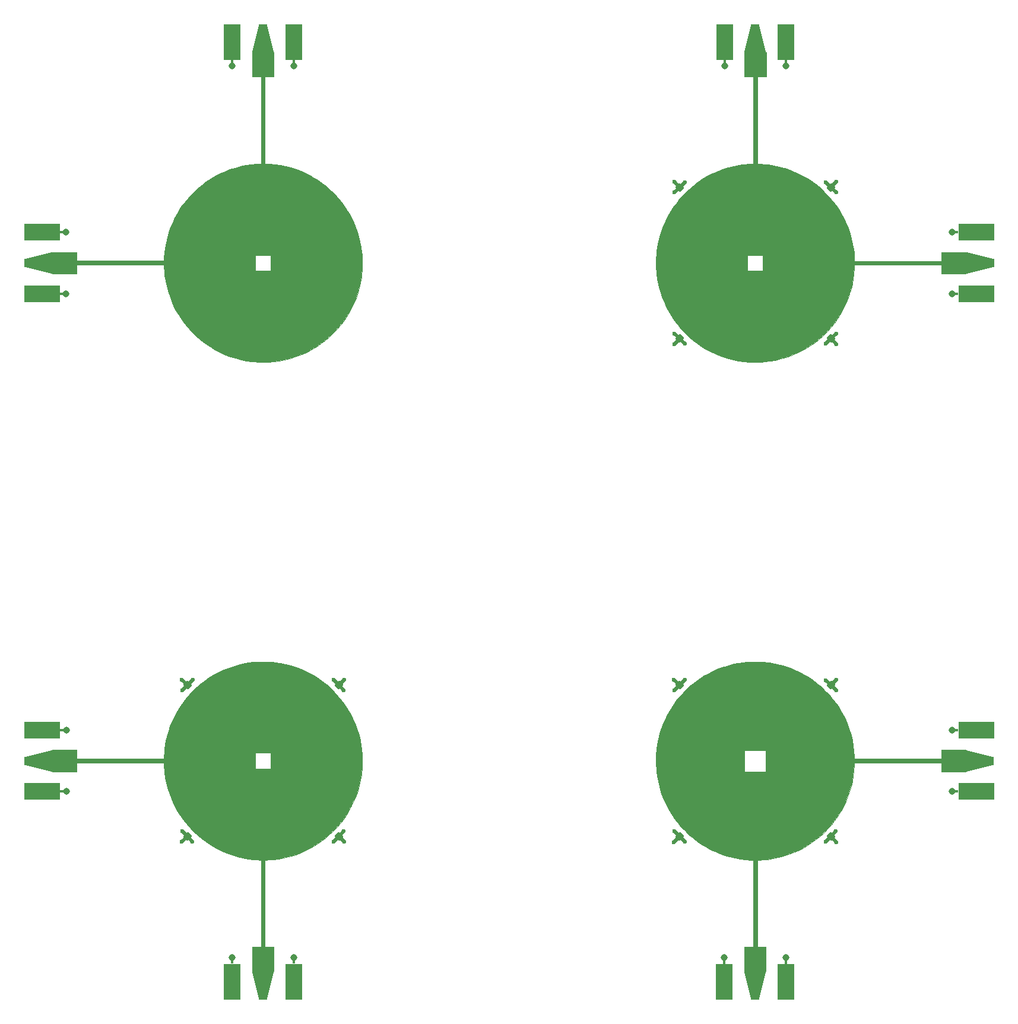
<source format=gbr>
%TF.GenerationSoftware,KiCad,Pcbnew,6.0.6-3a73a75311~116~ubuntu20.04.1*%
%TF.CreationDate,2022-06-30T05:51:01+02:00*%
%TF.ProjectId,panel_v3,70616e65-6c5f-4763-932e-6b696361645f,rev?*%
%TF.SameCoordinates,Original*%
%TF.FileFunction,Copper,L1,Top*%
%TF.FilePolarity,Positive*%
%FSLAX46Y46*%
G04 Gerber Fmt 4.6, Leading zero omitted, Abs format (unit mm)*
G04 Created by KiCad (PCBNEW 6.0.6-3a73a75311~116~ubuntu20.04.1) date 2022-06-30 05:51:01*
%MOMM*%
%LPD*%
G01*
G04 APERTURE LIST*
G04 Aperture macros list*
%AMRoundRect*
0 Rectangle with rounded corners*
0 $1 Rounding radius*
0 $2 $3 $4 $5 $6 $7 $8 $9 X,Y pos of 4 corners*
0 Add a 4 corners polygon primitive as box body*
4,1,4,$2,$3,$4,$5,$6,$7,$8,$9,$2,$3,0*
0 Add four circle primitives for the rounded corners*
1,1,$1+$1,$2,$3*
1,1,$1+$1,$4,$5*
1,1,$1+$1,$6,$7*
1,1,$1+$1,$8,$9*
0 Add four rect primitives between the rounded corners*
20,1,$1+$1,$2,$3,$4,$5,0*
20,1,$1+$1,$4,$5,$6,$7,0*
20,1,$1+$1,$6,$7,$8,$9,0*
20,1,$1+$1,$8,$9,$2,$3,0*%
%AMOutline4P*
0 Free polygon, 4 corners , with rotation*
0 The origin of the aperture is its center*
0 number of corners: always 4*
0 $1 to $8 corner X, Y*
0 $9 Rotation angle, in degrees counterclockwise*
0 create outline with 4 corners*
4,1,4,$1,$2,$3,$4,$5,$6,$7,$8,$1,$2,$9*%
G04 Aperture macros list end*
%TA.AperFunction,EtchedComponent*%
%ADD10C,0.010000*%
%TD*%
%TA.AperFunction,SMDPad,CuDef*%
%ADD11Outline4P,-2.000000X-0.550000X2.000000X-1.550000X2.000000X1.550000X-2.000000X0.550000X90.000000*%
%TD*%
%TA.AperFunction,SMDPad,CuDef*%
%ADD12R,0.460000X0.950000*%
%TD*%
%TA.AperFunction,SMDPad,CuDef*%
%ADD13R,2.420000X5.080000*%
%TD*%
%TA.AperFunction,ComponentPad*%
%ADD14C,0.970000*%
%TD*%
%TA.AperFunction,SMDPad,CuDef*%
%ADD15Outline4P,-2.000000X-0.550000X2.000000X-1.550000X2.000000X1.550000X-2.000000X0.550000X270.000000*%
%TD*%
%TA.AperFunction,SMDPad,CuDef*%
%ADD16RoundRect,0.237500X0.380070X-0.044194X-0.044194X0.380070X-0.380070X0.044194X0.044194X-0.380070X0*%
%TD*%
%TA.AperFunction,SMDPad,CuDef*%
%ADD17Outline4P,-2.000000X-0.550000X2.000000X-1.550000X2.000000X1.550000X-2.000000X0.550000X0.000000*%
%TD*%
%TA.AperFunction,SMDPad,CuDef*%
%ADD18R,0.950000X0.460000*%
%TD*%
%TA.AperFunction,SMDPad,CuDef*%
%ADD19R,5.080000X2.420000*%
%TD*%
%TA.AperFunction,SMDPad,CuDef*%
%ADD20RoundRect,0.237500X-0.044194X-0.380070X0.380070X0.044194X0.044194X0.380070X-0.380070X-0.044194X0*%
%TD*%
%TA.AperFunction,SMDPad,CuDef*%
%ADD21RoundRect,0.237500X0.044194X0.380070X-0.380070X-0.044194X-0.044194X-0.380070X0.380070X0.044194X0*%
%TD*%
%TA.AperFunction,SMDPad,CuDef*%
%ADD22RoundRect,0.237500X-0.380070X0.044194X0.044194X-0.380070X0.380070X-0.044194X-0.044194X0.380070X0*%
%TD*%
%TA.AperFunction,SMDPad,CuDef*%
%ADD23Outline4P,-2.000000X-0.550000X2.000000X-1.550000X2.000000X1.550000X-2.000000X0.550000X180.000000*%
%TD*%
%TA.AperFunction,ViaPad*%
%ADD24C,0.600000*%
%TD*%
%TA.AperFunction,Conductor*%
%ADD25C,0.500000*%
%TD*%
G04 APERTURE END LIST*
%TO.C,Ref\u002A\u002A*%
G36*
X130257103Y-119883616D02*
G01*
X130489173Y-119885211D01*
X130692326Y-119888333D01*
X130873267Y-119893402D01*
X131038701Y-119900835D01*
X131195333Y-119911051D01*
X131349869Y-119924468D01*
X131509014Y-119941504D01*
X131513411Y-119942047D01*
X131679473Y-119962578D01*
X131867951Y-119988108D01*
X132021411Y-120009891D01*
X132775240Y-120139429D01*
X133517900Y-120309166D01*
X134247891Y-120518152D01*
X134963715Y-120765437D01*
X135663873Y-121050072D01*
X136346866Y-121371107D01*
X137011196Y-121727592D01*
X137655365Y-122118577D01*
X138277873Y-122543114D01*
X138877222Y-123000251D01*
X139451913Y-123489040D01*
X140000447Y-124008530D01*
X140521327Y-124557773D01*
X141013053Y-125135818D01*
X141474126Y-125741716D01*
X141789851Y-126200090D01*
X142193086Y-126848930D01*
X142560350Y-127517643D01*
X142890941Y-128204072D01*
X143184157Y-128906055D01*
X143439294Y-129621435D01*
X143655652Y-130348052D01*
X143832526Y-131083747D01*
X143969216Y-131826361D01*
X144065019Y-132573735D01*
X144119232Y-133323709D01*
X144121061Y-133366638D01*
X144135309Y-133714257D01*
X156553577Y-133714257D01*
X156553577Y-132465424D01*
X160024911Y-132465424D01*
X160024911Y-135555757D01*
X156553577Y-135555757D01*
X156553577Y-134306924D01*
X144135309Y-134306924D01*
X144120901Y-134658428D01*
X144069396Y-135402769D01*
X143976381Y-136146342D01*
X143842638Y-136886546D01*
X143668951Y-137620783D01*
X143456103Y-138346452D01*
X143204878Y-139060954D01*
X142916058Y-139761688D01*
X142590427Y-140446057D01*
X142228768Y-141111459D01*
X142122410Y-141291924D01*
X141711338Y-141936965D01*
X141268256Y-142555378D01*
X140794622Y-143146295D01*
X140291894Y-143708847D01*
X139761529Y-144242165D01*
X139204983Y-144745382D01*
X138623715Y-145217628D01*
X138019180Y-145658035D01*
X137392838Y-146065735D01*
X136746143Y-146439859D01*
X136080555Y-146779538D01*
X135397530Y-147083904D01*
X134698526Y-147352089D01*
X133984999Y-147583224D01*
X133258407Y-147776440D01*
X132520207Y-147930869D01*
X131771856Y-148045642D01*
X131014812Y-148119892D01*
X130629573Y-148141716D01*
X130285744Y-148156416D01*
X130285744Y-160574757D01*
X131534577Y-160574757D01*
X131534577Y-164024924D01*
X128444244Y-164024924D01*
X128444244Y-160574757D01*
X129714244Y-160574757D01*
X129714244Y-148156296D01*
X129359702Y-148141508D01*
X128599525Y-148088857D01*
X127846935Y-147995159D01*
X127103422Y-147861256D01*
X126370476Y-147687995D01*
X125649589Y-147476218D01*
X124942251Y-147226771D01*
X124249952Y-146940497D01*
X123574183Y-146618240D01*
X122916434Y-146260845D01*
X122278196Y-145869156D01*
X121660960Y-145444018D01*
X121066215Y-144986274D01*
X120495454Y-144496768D01*
X119950165Y-143976346D01*
X119431840Y-143425851D01*
X118941969Y-142846127D01*
X118482043Y-142238019D01*
X118192086Y-141816185D01*
X117784055Y-141162503D01*
X117415431Y-140495599D01*
X117085859Y-139814465D01*
X116794986Y-139118091D01*
X116542456Y-138405471D01*
X116327915Y-137675596D01*
X116151008Y-136927457D01*
X116011382Y-136160048D01*
X115929833Y-135534590D01*
X128465411Y-135534590D01*
X131513411Y-135534590D01*
X131513411Y-132486590D01*
X128465411Y-132486590D01*
X128465411Y-135534590D01*
X115929833Y-135534590D01*
X115908681Y-135372359D01*
X115901371Y-135301757D01*
X115894010Y-135207940D01*
X115886965Y-135078431D01*
X115880357Y-134919871D01*
X115874307Y-134738902D01*
X115868935Y-134542163D01*
X115864363Y-134336297D01*
X115860711Y-134127944D01*
X115858099Y-133923745D01*
X115856649Y-133730342D01*
X115856481Y-133554374D01*
X115857715Y-133402485D01*
X115860474Y-133281313D01*
X115863470Y-133216840D01*
X115933868Y-132430903D01*
X116044067Y-131656915D01*
X116193782Y-130895894D01*
X116382729Y-130148862D01*
X116610624Y-129416838D01*
X116877184Y-128700842D01*
X117182123Y-128001892D01*
X117485029Y-127396007D01*
X117870260Y-126715014D01*
X118288207Y-126060735D01*
X118738232Y-125433812D01*
X119219701Y-124834886D01*
X119731975Y-124264598D01*
X120274421Y-123723591D01*
X120846400Y-123212505D01*
X121447277Y-122731982D01*
X122076416Y-122282663D01*
X122733180Y-121865191D01*
X123279577Y-121553748D01*
X123921290Y-121228524D01*
X124588436Y-120934136D01*
X125275637Y-120672393D01*
X125977515Y-120445100D01*
X126688692Y-120254064D01*
X127403790Y-120101093D01*
X127809244Y-120031910D01*
X128038947Y-119997251D01*
X128246011Y-119968277D01*
X128437519Y-119944504D01*
X128620552Y-119925450D01*
X128802194Y-119910630D01*
X128989526Y-119899562D01*
X129189631Y-119891762D01*
X129409592Y-119886746D01*
X129656491Y-119884033D01*
X129937409Y-119883138D01*
X129989411Y-119883131D01*
X130257103Y-119883616D01*
G37*
D10*
X130257103Y-119883616D02*
X130489173Y-119885211D01*
X130692326Y-119888333D01*
X130873267Y-119893402D01*
X131038701Y-119900835D01*
X131195333Y-119911051D01*
X131349869Y-119924468D01*
X131509014Y-119941504D01*
X131513411Y-119942047D01*
X131679473Y-119962578D01*
X131867951Y-119988108D01*
X132021411Y-120009891D01*
X132775240Y-120139429D01*
X133517900Y-120309166D01*
X134247891Y-120518152D01*
X134963715Y-120765437D01*
X135663873Y-121050072D01*
X136346866Y-121371107D01*
X137011196Y-121727592D01*
X137655365Y-122118577D01*
X138277873Y-122543114D01*
X138877222Y-123000251D01*
X139451913Y-123489040D01*
X140000447Y-124008530D01*
X140521327Y-124557773D01*
X141013053Y-125135818D01*
X141474126Y-125741716D01*
X141789851Y-126200090D01*
X142193086Y-126848930D01*
X142560350Y-127517643D01*
X142890941Y-128204072D01*
X143184157Y-128906055D01*
X143439294Y-129621435D01*
X143655652Y-130348052D01*
X143832526Y-131083747D01*
X143969216Y-131826361D01*
X144065019Y-132573735D01*
X144119232Y-133323709D01*
X144121061Y-133366638D01*
X144135309Y-133714257D01*
X156553577Y-133714257D01*
X156553577Y-132465424D01*
X160024911Y-132465424D01*
X160024911Y-135555757D01*
X156553577Y-135555757D01*
X156553577Y-134306924D01*
X144135309Y-134306924D01*
X144120901Y-134658428D01*
X144069396Y-135402769D01*
X143976381Y-136146342D01*
X143842638Y-136886546D01*
X143668951Y-137620783D01*
X143456103Y-138346452D01*
X143204878Y-139060954D01*
X142916058Y-139761688D01*
X142590427Y-140446057D01*
X142228768Y-141111459D01*
X142122410Y-141291924D01*
X141711338Y-141936965D01*
X141268256Y-142555378D01*
X140794622Y-143146295D01*
X140291894Y-143708847D01*
X139761529Y-144242165D01*
X139204983Y-144745382D01*
X138623715Y-145217628D01*
X138019180Y-145658035D01*
X137392838Y-146065735D01*
X136746143Y-146439859D01*
X136080555Y-146779538D01*
X135397530Y-147083904D01*
X134698526Y-147352089D01*
X133984999Y-147583224D01*
X133258407Y-147776440D01*
X132520207Y-147930869D01*
X131771856Y-148045642D01*
X131014812Y-148119892D01*
X130629573Y-148141716D01*
X130285744Y-148156416D01*
X130285744Y-160574757D01*
X131534577Y-160574757D01*
X131534577Y-164024924D01*
X128444244Y-164024924D01*
X128444244Y-160574757D01*
X129714244Y-160574757D01*
X129714244Y-148156296D01*
X129359702Y-148141508D01*
X128599525Y-148088857D01*
X127846935Y-147995159D01*
X127103422Y-147861256D01*
X126370476Y-147687995D01*
X125649589Y-147476218D01*
X124942251Y-147226771D01*
X124249952Y-146940497D01*
X123574183Y-146618240D01*
X122916434Y-146260845D01*
X122278196Y-145869156D01*
X121660960Y-145444018D01*
X121066215Y-144986274D01*
X120495454Y-144496768D01*
X119950165Y-143976346D01*
X119431840Y-143425851D01*
X118941969Y-142846127D01*
X118482043Y-142238019D01*
X118192086Y-141816185D01*
X117784055Y-141162503D01*
X117415431Y-140495599D01*
X117085859Y-139814465D01*
X116794986Y-139118091D01*
X116542456Y-138405471D01*
X116327915Y-137675596D01*
X116151008Y-136927457D01*
X116011382Y-136160048D01*
X115929833Y-135534590D01*
X128465411Y-135534590D01*
X131513411Y-135534590D01*
X131513411Y-132486590D01*
X128465411Y-132486590D01*
X128465411Y-135534590D01*
X115929833Y-135534590D01*
X115908681Y-135372359D01*
X115901371Y-135301757D01*
X115894010Y-135207940D01*
X115886965Y-135078431D01*
X115880357Y-134919871D01*
X115874307Y-134738902D01*
X115868935Y-134542163D01*
X115864363Y-134336297D01*
X115860711Y-134127944D01*
X115858099Y-133923745D01*
X115856649Y-133730342D01*
X115856481Y-133554374D01*
X115857715Y-133402485D01*
X115860474Y-133281313D01*
X115863470Y-133216840D01*
X115933868Y-132430903D01*
X116044067Y-131656915D01*
X116193782Y-130895894D01*
X116382729Y-130148862D01*
X116610624Y-129416838D01*
X116877184Y-128700842D01*
X117182123Y-128001892D01*
X117485029Y-127396007D01*
X117870260Y-126715014D01*
X118288207Y-126060735D01*
X118738232Y-125433812D01*
X119219701Y-124834886D01*
X119731975Y-124264598D01*
X120274421Y-123723591D01*
X120846400Y-123212505D01*
X121447277Y-122731982D01*
X122076416Y-122282663D01*
X122733180Y-121865191D01*
X123279577Y-121553748D01*
X123921290Y-121228524D01*
X124588436Y-120934136D01*
X125275637Y-120672393D01*
X125977515Y-120445100D01*
X126688692Y-120254064D01*
X127403790Y-120101093D01*
X127809244Y-120031910D01*
X128038947Y-119997251D01*
X128246011Y-119968277D01*
X128437519Y-119944504D01*
X128620552Y-119925450D01*
X128802194Y-119910630D01*
X128989526Y-119899562D01*
X129189631Y-119891762D01*
X129409592Y-119886746D01*
X129656491Y-119884033D01*
X129937409Y-119883138D01*
X129989411Y-119883131D01*
X130257103Y-119883616D01*
G36*
X57391960Y-76925429D02*
G01*
X56633281Y-76773309D01*
X55887709Y-76581441D01*
X55156249Y-76350224D01*
X54439905Y-76080060D01*
X53739683Y-75771350D01*
X53056586Y-75424496D01*
X52391618Y-75039898D01*
X51745785Y-74617958D01*
X51120091Y-74159076D01*
X50690506Y-73812642D01*
X50124624Y-73311059D01*
X49588219Y-72780257D01*
X49082165Y-72222012D01*
X48607339Y-71638102D01*
X48164617Y-71030302D01*
X47754875Y-70400390D01*
X47378987Y-69750142D01*
X47037831Y-69081334D01*
X46732282Y-68395745D01*
X46463215Y-67695149D01*
X46231508Y-66981324D01*
X46038035Y-66256046D01*
X45883672Y-65521093D01*
X45769295Y-64778240D01*
X45701667Y-64089243D01*
X58704752Y-64089243D01*
X60906086Y-64089243D01*
X60906086Y-61887910D01*
X58704752Y-61887910D01*
X58704752Y-64089243D01*
X45701667Y-64089243D01*
X45695780Y-64029264D01*
X45673928Y-63636414D01*
X45659521Y-63284910D01*
X33241252Y-63284910D01*
X33241252Y-64533743D01*
X29769919Y-64533743D01*
X29769919Y-61443410D01*
X33241252Y-61443410D01*
X33241252Y-62692243D01*
X45659521Y-62692243D01*
X45673928Y-62340739D01*
X45725645Y-61592674D01*
X45818886Y-60847286D01*
X45952845Y-60106757D01*
X46126714Y-59373271D01*
X46339688Y-58649008D01*
X46590959Y-57936150D01*
X46879722Y-57236881D01*
X47205170Y-56553382D01*
X47566497Y-55887834D01*
X47962895Y-55242421D01*
X48393559Y-54619325D01*
X48655904Y-54272623D01*
X48864725Y-54014471D01*
X49097752Y-53742157D01*
X49347593Y-53463523D01*
X49606859Y-53186407D01*
X49868160Y-52918650D01*
X50124105Y-52668093D01*
X50367304Y-52442575D01*
X50449752Y-52369518D01*
X51053624Y-51869362D01*
X51678543Y-51405757D01*
X52323507Y-50979118D01*
X52987516Y-50589861D01*
X53669568Y-50238403D01*
X54368661Y-49925159D01*
X55083793Y-49650545D01*
X55813964Y-49414978D01*
X56558171Y-49218872D01*
X57315413Y-49062645D01*
X58084688Y-48946711D01*
X58864995Y-48871488D01*
X58874086Y-48870857D01*
X59001017Y-48862905D01*
X59129162Y-48856280D01*
X59244779Y-48851605D01*
X59334127Y-48849507D01*
X59345044Y-48849452D01*
X59509086Y-48849243D01*
X59509086Y-36424410D01*
X58260252Y-36424410D01*
X58260252Y-32953076D01*
X61350586Y-32953076D01*
X61350586Y-36424410D01*
X60080586Y-36424410D01*
X60080586Y-48849243D01*
X60237652Y-48849243D01*
X60316866Y-48850721D01*
X60425609Y-48854776D01*
X60551191Y-48860840D01*
X60680927Y-48868344D01*
X60719193Y-48870820D01*
X61494354Y-48943319D01*
X62260566Y-49056942D01*
X63016658Y-49211332D01*
X63761458Y-49406129D01*
X64493793Y-49640977D01*
X65212490Y-49915515D01*
X65916378Y-50229386D01*
X66604283Y-50582233D01*
X66938586Y-50771240D01*
X67589237Y-51174999D01*
X68215958Y-51612902D01*
X68817349Y-52083470D01*
X69392010Y-52585222D01*
X69938541Y-53116677D01*
X70455540Y-53676357D01*
X70941609Y-54262780D01*
X71395346Y-54874466D01*
X71815352Y-55509935D01*
X72200227Y-56167708D01*
X72398909Y-56543326D01*
X72718987Y-57211749D01*
X73000647Y-57885834D01*
X73244903Y-58569074D01*
X73452766Y-59264961D01*
X73625249Y-59976987D01*
X73763365Y-60708645D01*
X73868127Y-61463426D01*
X73893459Y-61697410D01*
X73900820Y-61791227D01*
X73907865Y-61920736D01*
X73914473Y-62079296D01*
X73920523Y-62260265D01*
X73925894Y-62457004D01*
X73930467Y-62662870D01*
X73934119Y-62871223D01*
X73936731Y-63075422D01*
X73938181Y-63268825D01*
X73938349Y-63444792D01*
X73937114Y-63596682D01*
X73934356Y-63717854D01*
X73931360Y-63782326D01*
X73916523Y-63983188D01*
X73896303Y-64210622D01*
X73872272Y-64449443D01*
X73845999Y-64684466D01*
X73819057Y-64900505D01*
X73805432Y-64999410D01*
X73675462Y-65758777D01*
X73505588Y-66505692D01*
X73296708Y-67238805D01*
X73049715Y-67956766D01*
X72765508Y-68658225D01*
X72444980Y-69341833D01*
X72089028Y-70006238D01*
X71698547Y-70650091D01*
X71274433Y-71272041D01*
X70817582Y-71870739D01*
X70328890Y-72444835D01*
X69809251Y-72992978D01*
X69259563Y-73513818D01*
X68680720Y-74006005D01*
X68073618Y-74468190D01*
X67439154Y-74899021D01*
X67096822Y-75111352D01*
X66421210Y-75492795D01*
X65729576Y-75835075D01*
X65022161Y-76138112D01*
X64299210Y-76401825D01*
X63560967Y-76626135D01*
X62807675Y-76810961D01*
X62039579Y-76956224D01*
X61256921Y-77061843D01*
X61117752Y-77076316D01*
X60962396Y-77088978D01*
X60772795Y-77099930D01*
X60557010Y-77109052D01*
X60323099Y-77116223D01*
X60079122Y-77121322D01*
X59833139Y-77124229D01*
X59593208Y-77124823D01*
X59367388Y-77122985D01*
X59163741Y-77118592D01*
X58990323Y-77111526D01*
X58944625Y-77108817D01*
X58704752Y-77086907D01*
X58162743Y-77037399D01*
X57391960Y-76925429D01*
G37*
X57391960Y-76925429D02*
X56633281Y-76773309D01*
X55887709Y-76581441D01*
X55156249Y-76350224D01*
X54439905Y-76080060D01*
X53739683Y-75771350D01*
X53056586Y-75424496D01*
X52391618Y-75039898D01*
X51745785Y-74617958D01*
X51120091Y-74159076D01*
X50690506Y-73812642D01*
X50124624Y-73311059D01*
X49588219Y-72780257D01*
X49082165Y-72222012D01*
X48607339Y-71638102D01*
X48164617Y-71030302D01*
X47754875Y-70400390D01*
X47378987Y-69750142D01*
X47037831Y-69081334D01*
X46732282Y-68395745D01*
X46463215Y-67695149D01*
X46231508Y-66981324D01*
X46038035Y-66256046D01*
X45883672Y-65521093D01*
X45769295Y-64778240D01*
X45701667Y-64089243D01*
X58704752Y-64089243D01*
X60906086Y-64089243D01*
X60906086Y-61887910D01*
X58704752Y-61887910D01*
X58704752Y-64089243D01*
X45701667Y-64089243D01*
X45695780Y-64029264D01*
X45673928Y-63636414D01*
X45659521Y-63284910D01*
X33241252Y-63284910D01*
X33241252Y-64533743D01*
X29769919Y-64533743D01*
X29769919Y-61443410D01*
X33241252Y-61443410D01*
X33241252Y-62692243D01*
X45659521Y-62692243D01*
X45673928Y-62340739D01*
X45725645Y-61592674D01*
X45818886Y-60847286D01*
X45952845Y-60106757D01*
X46126714Y-59373271D01*
X46339688Y-58649008D01*
X46590959Y-57936150D01*
X46879722Y-57236881D01*
X47205170Y-56553382D01*
X47566497Y-55887834D01*
X47962895Y-55242421D01*
X48393559Y-54619325D01*
X48655904Y-54272623D01*
X48864725Y-54014471D01*
X49097752Y-53742157D01*
X49347593Y-53463523D01*
X49606859Y-53186407D01*
X49868160Y-52918650D01*
X50124105Y-52668093D01*
X50367304Y-52442575D01*
X50449752Y-52369518D01*
X51053624Y-51869362D01*
X51678543Y-51405757D01*
X52323507Y-50979118D01*
X52987516Y-50589861D01*
X53669568Y-50238403D01*
X54368661Y-49925159D01*
X55083793Y-49650545D01*
X55813964Y-49414978D01*
X56558171Y-49218872D01*
X57315413Y-49062645D01*
X58084688Y-48946711D01*
X58864995Y-48871488D01*
X58874086Y-48870857D01*
X59001017Y-48862905D01*
X59129162Y-48856280D01*
X59244779Y-48851605D01*
X59334127Y-48849507D01*
X59345044Y-48849452D01*
X59509086Y-48849243D01*
X59509086Y-36424410D01*
X58260252Y-36424410D01*
X58260252Y-32953076D01*
X61350586Y-32953076D01*
X61350586Y-36424410D01*
X60080586Y-36424410D01*
X60080586Y-48849243D01*
X60237652Y-48849243D01*
X60316866Y-48850721D01*
X60425609Y-48854776D01*
X60551191Y-48860840D01*
X60680927Y-48868344D01*
X60719193Y-48870820D01*
X61494354Y-48943319D01*
X62260566Y-49056942D01*
X63016658Y-49211332D01*
X63761458Y-49406129D01*
X64493793Y-49640977D01*
X65212490Y-49915515D01*
X65916378Y-50229386D01*
X66604283Y-50582233D01*
X66938586Y-50771240D01*
X67589237Y-51174999D01*
X68215958Y-51612902D01*
X68817349Y-52083470D01*
X69392010Y-52585222D01*
X69938541Y-53116677D01*
X70455540Y-53676357D01*
X70941609Y-54262780D01*
X71395346Y-54874466D01*
X71815352Y-55509935D01*
X72200227Y-56167708D01*
X72398909Y-56543326D01*
X72718987Y-57211749D01*
X73000647Y-57885834D01*
X73244903Y-58569074D01*
X73452766Y-59264961D01*
X73625249Y-59976987D01*
X73763365Y-60708645D01*
X73868127Y-61463426D01*
X73893459Y-61697410D01*
X73900820Y-61791227D01*
X73907865Y-61920736D01*
X73914473Y-62079296D01*
X73920523Y-62260265D01*
X73925894Y-62457004D01*
X73930467Y-62662870D01*
X73934119Y-62871223D01*
X73936731Y-63075422D01*
X73938181Y-63268825D01*
X73938349Y-63444792D01*
X73937114Y-63596682D01*
X73934356Y-63717854D01*
X73931360Y-63782326D01*
X73916523Y-63983188D01*
X73896303Y-64210622D01*
X73872272Y-64449443D01*
X73845999Y-64684466D01*
X73819057Y-64900505D01*
X73805432Y-64999410D01*
X73675462Y-65758777D01*
X73505588Y-66505692D01*
X73296708Y-67238805D01*
X73049715Y-67956766D01*
X72765508Y-68658225D01*
X72444980Y-69341833D01*
X72089028Y-70006238D01*
X71698547Y-70650091D01*
X71274433Y-71272041D01*
X70817582Y-71870739D01*
X70328890Y-72444835D01*
X69809251Y-72992978D01*
X69259563Y-73513818D01*
X68680720Y-74006005D01*
X68073618Y-74468190D01*
X67439154Y-74899021D01*
X67096822Y-75111352D01*
X66421210Y-75492795D01*
X65729576Y-75835075D01*
X65022161Y-76138112D01*
X64299210Y-76401825D01*
X63560967Y-76626135D01*
X62807675Y-76810961D01*
X62039579Y-76956224D01*
X61256921Y-77061843D01*
X61117752Y-77076316D01*
X60962396Y-77088978D01*
X60772795Y-77099930D01*
X60557010Y-77109052D01*
X60323099Y-77116223D01*
X60079122Y-77121322D01*
X59833139Y-77124229D01*
X59593208Y-77124823D01*
X59367388Y-77122985D01*
X59163741Y-77118592D01*
X58990323Y-77111526D01*
X58944625Y-77108817D01*
X58704752Y-77086907D01*
X58162743Y-77037399D01*
X57391960Y-76925429D01*
G36*
X131555744Y-36440502D02*
G01*
X130285744Y-36440502D01*
X130285744Y-48843362D01*
X130333369Y-48853002D01*
X130370256Y-48857015D01*
X130441013Y-48861806D01*
X130537194Y-48866906D01*
X130650352Y-48871848D01*
X130721076Y-48874480D01*
X131246673Y-48906252D01*
X131795009Y-48964951D01*
X132357470Y-49049059D01*
X132925443Y-49157058D01*
X133490315Y-49287430D01*
X134043471Y-49438656D01*
X134212160Y-49489824D01*
X134929737Y-49734682D01*
X135635403Y-50019086D01*
X136326133Y-50341432D01*
X136998900Y-50700113D01*
X137650678Y-51093525D01*
X138278442Y-51520063D01*
X138831748Y-51940015D01*
X139423444Y-52440099D01*
X139983901Y-52968205D01*
X140512399Y-53523019D01*
X141008220Y-54103227D01*
X141470644Y-54707513D01*
X141898953Y-55334564D01*
X142292427Y-55983066D01*
X142650348Y-56651704D01*
X142971996Y-57339164D01*
X143256652Y-58044132D01*
X143503598Y-58765293D01*
X143712114Y-59501334D01*
X143881482Y-60250939D01*
X144010982Y-61012794D01*
X144074402Y-61523002D01*
X144087004Y-61651270D01*
X144099927Y-61799874D01*
X144112558Y-61959884D01*
X144124282Y-62122373D01*
X144134484Y-62278410D01*
X144142550Y-62419067D01*
X144147864Y-62535415D01*
X144149812Y-62618377D01*
X144149910Y-62708336D01*
X156574744Y-62708336D01*
X156574744Y-61459502D01*
X160024910Y-61459502D01*
X160024910Y-64549836D01*
X156574744Y-64549836D01*
X156574744Y-63279836D01*
X144157498Y-63279836D01*
X144131417Y-63739225D01*
X144071334Y-64486333D01*
X143976575Y-65213150D01*
X143846081Y-65925111D01*
X143678795Y-66627650D01*
X143473660Y-67326203D01*
X143377233Y-67616021D01*
X143107896Y-68334247D01*
X142800612Y-69034696D01*
X142456475Y-69715952D01*
X142076581Y-70376598D01*
X141662028Y-71015217D01*
X141213911Y-71630393D01*
X140733326Y-72220709D01*
X140221369Y-72784749D01*
X139679136Y-73321097D01*
X139107724Y-73828335D01*
X138508227Y-74305048D01*
X137881743Y-74749818D01*
X137831660Y-74783202D01*
X137173345Y-75194888D01*
X136497708Y-75568049D01*
X135805552Y-75902419D01*
X135097677Y-76197731D01*
X134374887Y-76453717D01*
X133637983Y-76670111D01*
X132887767Y-76846647D01*
X132125041Y-76983056D01*
X131350607Y-77079072D01*
X130804327Y-77121966D01*
X130621873Y-77130440D01*
X130408194Y-77136256D01*
X130174316Y-77139420D01*
X129931265Y-77139939D01*
X129690064Y-77137823D01*
X129461739Y-77133077D01*
X129257315Y-77125711D01*
X129163910Y-77120834D01*
X128398578Y-77054317D01*
X127639494Y-76946329D01*
X126888393Y-76797491D01*
X126147010Y-76608423D01*
X125417080Y-76379746D01*
X124700339Y-76112082D01*
X123998521Y-75806050D01*
X123313360Y-75462273D01*
X122646593Y-75081370D01*
X121999954Y-74663963D01*
X121692077Y-74447094D01*
X121081688Y-73978916D01*
X120499795Y-73479893D01*
X119947358Y-72951335D01*
X119425340Y-72394555D01*
X118934702Y-71810864D01*
X118476407Y-71201573D01*
X118051416Y-70567994D01*
X117660691Y-69911437D01*
X117305194Y-69233214D01*
X116985887Y-68534636D01*
X116703732Y-67817015D01*
X116590405Y-67492002D01*
X116366169Y-66757071D01*
X116182990Y-66013934D01*
X116040774Y-65264306D01*
X115939425Y-64509900D01*
X115907070Y-64105336D01*
X128909910Y-64105336D01*
X131111244Y-64105336D01*
X131111244Y-61904002D01*
X128909910Y-61904002D01*
X128909910Y-64105336D01*
X115907070Y-64105336D01*
X115878846Y-63752431D01*
X115858940Y-62993612D01*
X115879613Y-62235158D01*
X115906387Y-61904002D01*
X115940768Y-61478783D01*
X116042308Y-60726199D01*
X116184138Y-59979123D01*
X116366161Y-59239267D01*
X116588281Y-58508345D01*
X116850402Y-57788071D01*
X117152429Y-57080160D01*
X117177480Y-57025903D01*
X117519003Y-56340441D01*
X117897796Y-55674398D01*
X118312713Y-55029412D01*
X118762603Y-54407126D01*
X119246320Y-53809180D01*
X119762713Y-53237213D01*
X120000046Y-52994138D01*
X120561629Y-52462182D01*
X121148230Y-51964033D01*
X121758589Y-51500308D01*
X122391448Y-51071624D01*
X123045547Y-50678597D01*
X123719629Y-50321842D01*
X124412434Y-50001977D01*
X125122703Y-49719617D01*
X125849178Y-49475380D01*
X126590599Y-49269880D01*
X127345709Y-49103735D01*
X128113248Y-48977561D01*
X128237829Y-48961033D01*
X128384817Y-48943696D01*
X128552323Y-48926461D01*
X128731177Y-48910047D01*
X128912210Y-48895172D01*
X129086252Y-48882553D01*
X129244131Y-48872909D01*
X129376679Y-48866957D01*
X129460177Y-48865335D01*
X129548428Y-48863938D01*
X129622831Y-48860209D01*
X129671446Y-48854844D01*
X129680762Y-48852488D01*
X129684055Y-48848626D01*
X129687127Y-48838717D01*
X129689986Y-48821354D01*
X129692638Y-48795131D01*
X129695092Y-48758642D01*
X129697356Y-48710478D01*
X129699436Y-48649235D01*
X129701340Y-48573505D01*
X129703077Y-48481882D01*
X129704653Y-48372959D01*
X129706076Y-48245330D01*
X129707354Y-48097588D01*
X129708494Y-47928326D01*
X129709504Y-47736138D01*
X129710392Y-47519617D01*
X129711165Y-47277357D01*
X129711830Y-47007951D01*
X129712395Y-46709993D01*
X129712868Y-46382076D01*
X129713257Y-46022793D01*
X129713568Y-45630738D01*
X129713810Y-45204504D01*
X129713990Y-44742684D01*
X129714116Y-44243873D01*
X129714195Y-43706663D01*
X129714235Y-43129648D01*
X129714244Y-42640071D01*
X129714244Y-36440502D01*
X128465410Y-36440502D01*
X128465410Y-32969169D01*
X131555744Y-32969169D01*
X131555744Y-36440502D01*
G37*
X131555744Y-36440502D02*
X130285744Y-36440502D01*
X130285744Y-48843362D01*
X130333369Y-48853002D01*
X130370256Y-48857015D01*
X130441013Y-48861806D01*
X130537194Y-48866906D01*
X130650352Y-48871848D01*
X130721076Y-48874480D01*
X131246673Y-48906252D01*
X131795009Y-48964951D01*
X132357470Y-49049059D01*
X132925443Y-49157058D01*
X133490315Y-49287430D01*
X134043471Y-49438656D01*
X134212160Y-49489824D01*
X134929737Y-49734682D01*
X135635403Y-50019086D01*
X136326133Y-50341432D01*
X136998900Y-50700113D01*
X137650678Y-51093525D01*
X138278442Y-51520063D01*
X138831748Y-51940015D01*
X139423444Y-52440099D01*
X139983901Y-52968205D01*
X140512399Y-53523019D01*
X141008220Y-54103227D01*
X141470644Y-54707513D01*
X141898953Y-55334564D01*
X142292427Y-55983066D01*
X142650348Y-56651704D01*
X142971996Y-57339164D01*
X143256652Y-58044132D01*
X143503598Y-58765293D01*
X143712114Y-59501334D01*
X143881482Y-60250939D01*
X144010982Y-61012794D01*
X144074402Y-61523002D01*
X144087004Y-61651270D01*
X144099927Y-61799874D01*
X144112558Y-61959884D01*
X144124282Y-62122373D01*
X144134484Y-62278410D01*
X144142550Y-62419067D01*
X144147864Y-62535415D01*
X144149812Y-62618377D01*
X144149910Y-62708336D01*
X156574744Y-62708336D01*
X156574744Y-61459502D01*
X160024910Y-61459502D01*
X160024910Y-64549836D01*
X156574744Y-64549836D01*
X156574744Y-63279836D01*
X144157498Y-63279836D01*
X144131417Y-63739225D01*
X144071334Y-64486333D01*
X143976575Y-65213150D01*
X143846081Y-65925111D01*
X143678795Y-66627650D01*
X143473660Y-67326203D01*
X143377233Y-67616021D01*
X143107896Y-68334247D01*
X142800612Y-69034696D01*
X142456475Y-69715952D01*
X142076581Y-70376598D01*
X141662028Y-71015217D01*
X141213911Y-71630393D01*
X140733326Y-72220709D01*
X140221369Y-72784749D01*
X139679136Y-73321097D01*
X139107724Y-73828335D01*
X138508227Y-74305048D01*
X137881743Y-74749818D01*
X137831660Y-74783202D01*
X137173345Y-75194888D01*
X136497708Y-75568049D01*
X135805552Y-75902419D01*
X135097677Y-76197731D01*
X134374887Y-76453717D01*
X133637983Y-76670111D01*
X132887767Y-76846647D01*
X132125041Y-76983056D01*
X131350607Y-77079072D01*
X130804327Y-77121966D01*
X130621873Y-77130440D01*
X130408194Y-77136256D01*
X130174316Y-77139420D01*
X129931265Y-77139939D01*
X129690064Y-77137823D01*
X129461739Y-77133077D01*
X129257315Y-77125711D01*
X129163910Y-77120834D01*
X128398578Y-77054317D01*
X127639494Y-76946329D01*
X126888393Y-76797491D01*
X126147010Y-76608423D01*
X125417080Y-76379746D01*
X124700339Y-76112082D01*
X123998521Y-75806050D01*
X123313360Y-75462273D01*
X122646593Y-75081370D01*
X121999954Y-74663963D01*
X121692077Y-74447094D01*
X121081688Y-73978916D01*
X120499795Y-73479893D01*
X119947358Y-72951335D01*
X119425340Y-72394555D01*
X118934702Y-71810864D01*
X118476407Y-71201573D01*
X118051416Y-70567994D01*
X117660691Y-69911437D01*
X117305194Y-69233214D01*
X116985887Y-68534636D01*
X116703732Y-67817015D01*
X116590405Y-67492002D01*
X116366169Y-66757071D01*
X116182990Y-66013934D01*
X116040774Y-65264306D01*
X115939425Y-64509900D01*
X115907070Y-64105336D01*
X128909910Y-64105336D01*
X131111244Y-64105336D01*
X131111244Y-61904002D01*
X128909910Y-61904002D01*
X128909910Y-64105336D01*
X115907070Y-64105336D01*
X115878846Y-63752431D01*
X115858940Y-62993612D01*
X115879613Y-62235158D01*
X115906387Y-61904002D01*
X115940768Y-61478783D01*
X116042308Y-60726199D01*
X116184138Y-59979123D01*
X116366161Y-59239267D01*
X116588281Y-58508345D01*
X116850402Y-57788071D01*
X117152429Y-57080160D01*
X117177480Y-57025903D01*
X117519003Y-56340441D01*
X117897796Y-55674398D01*
X118312713Y-55029412D01*
X118762603Y-54407126D01*
X119246320Y-53809180D01*
X119762713Y-53237213D01*
X120000046Y-52994138D01*
X120561629Y-52462182D01*
X121148230Y-51964033D01*
X121758589Y-51500308D01*
X122391448Y-51071624D01*
X123045547Y-50678597D01*
X123719629Y-50321842D01*
X124412434Y-50001977D01*
X125122703Y-49719617D01*
X125849178Y-49475380D01*
X126590599Y-49269880D01*
X127345709Y-49103735D01*
X128113248Y-48977561D01*
X128237829Y-48961033D01*
X128384817Y-48943696D01*
X128552323Y-48926461D01*
X128731177Y-48910047D01*
X128912210Y-48895172D01*
X129086252Y-48882553D01*
X129244131Y-48872909D01*
X129376679Y-48866957D01*
X129460177Y-48865335D01*
X129548428Y-48863938D01*
X129622831Y-48860209D01*
X129671446Y-48854844D01*
X129680762Y-48852488D01*
X129684055Y-48848626D01*
X129687127Y-48838717D01*
X129689986Y-48821354D01*
X129692638Y-48795131D01*
X129695092Y-48758642D01*
X129697356Y-48710478D01*
X129699436Y-48649235D01*
X129701340Y-48573505D01*
X129703077Y-48481882D01*
X129704653Y-48372959D01*
X129706076Y-48245330D01*
X129707354Y-48097588D01*
X129708494Y-47928326D01*
X129709504Y-47736138D01*
X129710392Y-47519617D01*
X129711165Y-47277357D01*
X129711830Y-47007951D01*
X129712395Y-46709993D01*
X129712868Y-46382076D01*
X129713257Y-46022793D01*
X129713568Y-45630738D01*
X129713810Y-45204504D01*
X129713990Y-44742684D01*
X129714116Y-44243873D01*
X129714195Y-43706663D01*
X129714235Y-43129648D01*
X129714244Y-42640071D01*
X129714244Y-36440502D01*
X128465410Y-36440502D01*
X128465410Y-32969169D01*
X131555744Y-32969169D01*
X131555744Y-36440502D01*
G36*
X73887513Y-135328836D02*
G01*
X73866937Y-135521058D01*
X73841239Y-135728259D01*
X73809884Y-135958622D01*
X73805511Y-135989661D01*
X73677008Y-136749139D01*
X73508187Y-137497135D01*
X73299855Y-138232216D01*
X73052818Y-138952947D01*
X72767882Y-139657897D01*
X72445853Y-140345632D01*
X72087537Y-141014718D01*
X71693740Y-141663723D01*
X71265269Y-142291214D01*
X70802929Y-142895756D01*
X70307526Y-143475918D01*
X69779867Y-144030265D01*
X69220758Y-144557365D01*
X68769502Y-144943611D01*
X68171262Y-145407574D01*
X67549005Y-145838228D01*
X66904885Y-146234707D01*
X66241052Y-146596144D01*
X65559657Y-146921673D01*
X64862851Y-147210428D01*
X64152786Y-147461543D01*
X63431612Y-147674150D01*
X62701481Y-147847383D01*
X61964543Y-147980377D01*
X61222951Y-148072264D01*
X60942600Y-148096057D01*
X60792844Y-148107009D01*
X60642445Y-148117737D01*
X60501906Y-148127513D01*
X60381734Y-148135606D01*
X60292433Y-148141287D01*
X60286961Y-148141614D01*
X60080586Y-148153862D01*
X60080586Y-160574744D01*
X61350586Y-160574744D01*
X61350586Y-164024911D01*
X58260252Y-164024911D01*
X58260252Y-160574744D01*
X59509086Y-160574744D01*
X59509086Y-148153711D01*
X59334461Y-148141874D01*
X59236700Y-148135658D01*
X59115243Y-148128532D01*
X58988681Y-148121564D01*
X58916419Y-148117823D01*
X58351759Y-148074582D01*
X57764529Y-148000794D01*
X57160506Y-147897355D01*
X56545467Y-147765159D01*
X56376419Y-147724194D01*
X55633151Y-147518108D01*
X54905574Y-147273072D01*
X54194972Y-146989940D01*
X53502629Y-146669569D01*
X52829828Y-146312813D01*
X52177853Y-145920528D01*
X51547988Y-145493570D01*
X50941517Y-145032794D01*
X50359722Y-144539054D01*
X49803889Y-144013208D01*
X49275300Y-143456110D01*
X48775238Y-142868615D01*
X48439259Y-142434911D01*
X48016576Y-141833407D01*
X47625322Y-141207465D01*
X47266515Y-140559942D01*
X46941172Y-139893695D01*
X46650309Y-139211582D01*
X46394944Y-138516460D01*
X46176094Y-137811186D01*
X45994775Y-137098619D01*
X45852005Y-136381616D01*
X45748800Y-135663034D01*
X45700627Y-135111244D01*
X58704752Y-135111244D01*
X60906086Y-135111244D01*
X60906086Y-132888744D01*
X58704752Y-132888744D01*
X58704752Y-135111244D01*
X45700627Y-135111244D01*
X45686177Y-134945730D01*
X45672777Y-134661452D01*
X45659425Y-134285744D01*
X33241252Y-134285744D01*
X33241252Y-135555744D01*
X29769919Y-135555744D01*
X29769919Y-132444244D01*
X33241252Y-132444244D01*
X33241252Y-133714244D01*
X45659425Y-133714244D01*
X45672777Y-133338536D01*
X45703799Y-132817474D01*
X45759792Y-132274531D01*
X45839143Y-131720770D01*
X45940237Y-131167252D01*
X46061458Y-130625039D01*
X46079331Y-130553095D01*
X46288424Y-129807493D01*
X46536089Y-129078513D01*
X46821478Y-128367352D01*
X47143741Y-127675209D01*
X47502027Y-127003281D01*
X47895487Y-126352766D01*
X48323271Y-125724861D01*
X48784529Y-125120763D01*
X49278411Y-124541671D01*
X49804067Y-123988782D01*
X50360647Y-123463293D01*
X50947302Y-122966403D01*
X51563181Y-122499309D01*
X52016086Y-122187503D01*
X52669345Y-121781047D01*
X53341783Y-121412109D01*
X54032182Y-121081110D01*
X54739324Y-120788470D01*
X55461993Y-120534611D01*
X56198970Y-120319953D01*
X56949040Y-120144918D01*
X57710985Y-120009927D01*
X58483588Y-119915401D01*
X58620086Y-119903026D01*
X58736373Y-119894674D01*
X58882451Y-119886752D01*
X59051221Y-119879423D01*
X59235580Y-119872851D01*
X59428427Y-119867200D01*
X59622663Y-119862634D01*
X59811185Y-119859317D01*
X59986893Y-119857413D01*
X60142686Y-119857085D01*
X60271462Y-119858498D01*
X60366121Y-119861815D01*
X60376919Y-119862485D01*
X60597432Y-119877464D01*
X60782057Y-119890428D01*
X60937160Y-119901913D01*
X61069108Y-119912457D01*
X61184271Y-119922597D01*
X61289014Y-119932870D01*
X61389705Y-119943813D01*
X61492712Y-119955963D01*
X61509336Y-119957994D01*
X62274571Y-120072863D01*
X63028115Y-120227932D01*
X63768612Y-120422414D01*
X64494712Y-120655526D01*
X65205059Y-120926480D01*
X65898301Y-121234492D01*
X66573085Y-121578776D01*
X67228056Y-121958546D01*
X67861863Y-122373018D01*
X68473151Y-122821406D01*
X69060567Y-123302924D01*
X69622758Y-123816787D01*
X70158371Y-124362209D01*
X70666052Y-124938406D01*
X71144449Y-125544591D01*
X71151832Y-125554494D01*
X71591125Y-126179464D01*
X71995557Y-126827320D01*
X72364290Y-127495973D01*
X72696484Y-128183334D01*
X72991301Y-128887314D01*
X73247901Y-129605823D01*
X73465446Y-130336772D01*
X73643096Y-131078072D01*
X73780012Y-131827633D01*
X73837712Y-132243161D01*
X73862439Y-132450122D01*
X73882663Y-132636482D01*
X73898803Y-132810072D01*
X73911277Y-132978724D01*
X73920503Y-133150268D01*
X73926901Y-133332534D01*
X73930889Y-133533355D01*
X73932885Y-133760561D01*
X73933307Y-134021982D01*
X73933299Y-134031744D01*
X73932243Y-134305962D01*
X73929269Y-134546053D01*
X73923843Y-134760201D01*
X73915432Y-134956592D01*
X73905554Y-135111244D01*
X73903499Y-135143409D01*
X73887513Y-135328836D01*
G37*
X73887513Y-135328836D02*
X73866937Y-135521058D01*
X73841239Y-135728259D01*
X73809884Y-135958622D01*
X73805511Y-135989661D01*
X73677008Y-136749139D01*
X73508187Y-137497135D01*
X73299855Y-138232216D01*
X73052818Y-138952947D01*
X72767882Y-139657897D01*
X72445853Y-140345632D01*
X72087537Y-141014718D01*
X71693740Y-141663723D01*
X71265269Y-142291214D01*
X70802929Y-142895756D01*
X70307526Y-143475918D01*
X69779867Y-144030265D01*
X69220758Y-144557365D01*
X68769502Y-144943611D01*
X68171262Y-145407574D01*
X67549005Y-145838228D01*
X66904885Y-146234707D01*
X66241052Y-146596144D01*
X65559657Y-146921673D01*
X64862851Y-147210428D01*
X64152786Y-147461543D01*
X63431612Y-147674150D01*
X62701481Y-147847383D01*
X61964543Y-147980377D01*
X61222951Y-148072264D01*
X60942600Y-148096057D01*
X60792844Y-148107009D01*
X60642445Y-148117737D01*
X60501906Y-148127513D01*
X60381734Y-148135606D01*
X60292433Y-148141287D01*
X60286961Y-148141614D01*
X60080586Y-148153862D01*
X60080586Y-160574744D01*
X61350586Y-160574744D01*
X61350586Y-164024911D01*
X58260252Y-164024911D01*
X58260252Y-160574744D01*
X59509086Y-160574744D01*
X59509086Y-148153711D01*
X59334461Y-148141874D01*
X59236700Y-148135658D01*
X59115243Y-148128532D01*
X58988681Y-148121564D01*
X58916419Y-148117823D01*
X58351759Y-148074582D01*
X57764529Y-148000794D01*
X57160506Y-147897355D01*
X56545467Y-147765159D01*
X56376419Y-147724194D01*
X55633151Y-147518108D01*
X54905574Y-147273072D01*
X54194972Y-146989940D01*
X53502629Y-146669569D01*
X52829828Y-146312813D01*
X52177853Y-145920528D01*
X51547988Y-145493570D01*
X50941517Y-145032794D01*
X50359722Y-144539054D01*
X49803889Y-144013208D01*
X49275300Y-143456110D01*
X48775238Y-142868615D01*
X48439259Y-142434911D01*
X48016576Y-141833407D01*
X47625322Y-141207465D01*
X47266515Y-140559942D01*
X46941172Y-139893695D01*
X46650309Y-139211582D01*
X46394944Y-138516460D01*
X46176094Y-137811186D01*
X45994775Y-137098619D01*
X45852005Y-136381616D01*
X45748800Y-135663034D01*
X45700627Y-135111244D01*
X58704752Y-135111244D01*
X60906086Y-135111244D01*
X60906086Y-132888744D01*
X58704752Y-132888744D01*
X58704752Y-135111244D01*
X45700627Y-135111244D01*
X45686177Y-134945730D01*
X45672777Y-134661452D01*
X45659425Y-134285744D01*
X33241252Y-134285744D01*
X33241252Y-135555744D01*
X29769919Y-135555744D01*
X29769919Y-132444244D01*
X33241252Y-132444244D01*
X33241252Y-133714244D01*
X45659425Y-133714244D01*
X45672777Y-133338536D01*
X45703799Y-132817474D01*
X45759792Y-132274531D01*
X45839143Y-131720770D01*
X45940237Y-131167252D01*
X46061458Y-130625039D01*
X46079331Y-130553095D01*
X46288424Y-129807493D01*
X46536089Y-129078513D01*
X46821478Y-128367352D01*
X47143741Y-127675209D01*
X47502027Y-127003281D01*
X47895487Y-126352766D01*
X48323271Y-125724861D01*
X48784529Y-125120763D01*
X49278411Y-124541671D01*
X49804067Y-123988782D01*
X50360647Y-123463293D01*
X50947302Y-122966403D01*
X51563181Y-122499309D01*
X52016086Y-122187503D01*
X52669345Y-121781047D01*
X53341783Y-121412109D01*
X54032182Y-121081110D01*
X54739324Y-120788470D01*
X55461993Y-120534611D01*
X56198970Y-120319953D01*
X56949040Y-120144918D01*
X57710985Y-120009927D01*
X58483588Y-119915401D01*
X58620086Y-119903026D01*
X58736373Y-119894674D01*
X58882451Y-119886752D01*
X59051221Y-119879423D01*
X59235580Y-119872851D01*
X59428427Y-119867200D01*
X59622663Y-119862634D01*
X59811185Y-119859317D01*
X59986893Y-119857413D01*
X60142686Y-119857085D01*
X60271462Y-119858498D01*
X60366121Y-119861815D01*
X60376919Y-119862485D01*
X60597432Y-119877464D01*
X60782057Y-119890428D01*
X60937160Y-119901913D01*
X61069108Y-119912457D01*
X61184271Y-119922597D01*
X61289014Y-119932870D01*
X61389705Y-119943813D01*
X61492712Y-119955963D01*
X61509336Y-119957994D01*
X62274571Y-120072863D01*
X63028115Y-120227932D01*
X63768612Y-120422414D01*
X64494712Y-120655526D01*
X65205059Y-120926480D01*
X65898301Y-121234492D01*
X66573085Y-121578776D01*
X67228056Y-121958546D01*
X67861863Y-122373018D01*
X68473151Y-122821406D01*
X69060567Y-123302924D01*
X69622758Y-123816787D01*
X70158371Y-124362209D01*
X70666052Y-124938406D01*
X71144449Y-125544591D01*
X71151832Y-125554494D01*
X71591125Y-126179464D01*
X71995557Y-126827320D01*
X72364290Y-127495973D01*
X72696484Y-128183334D01*
X72991301Y-128887314D01*
X73247901Y-129605823D01*
X73465446Y-130336772D01*
X73643096Y-131078072D01*
X73780012Y-131827633D01*
X73837712Y-132243161D01*
X73862439Y-132450122D01*
X73882663Y-132636482D01*
X73898803Y-132810072D01*
X73911277Y-132978724D01*
X73920503Y-133150268D01*
X73926901Y-133332534D01*
X73930889Y-133533355D01*
X73932885Y-133760561D01*
X73933307Y-134021982D01*
X73933299Y-134031744D01*
X73932243Y-134305962D01*
X73929269Y-134546053D01*
X73923843Y-134760201D01*
X73915432Y-134956592D01*
X73905554Y-135111244D01*
X73903499Y-135143409D01*
X73887513Y-135328836D01*
%TD*%
D11*
%TO.P,JA1,1,In*%
%TO.N,N/C*%
X59805838Y-166012580D03*
D12*
%TO.P,JA1,2,Ext*%
X64185838Y-162522580D03*
D13*
X64185838Y-165512580D03*
X55425838Y-165512580D03*
D14*
X64185838Y-162072580D03*
X55425838Y-162072580D03*
D12*
X55425838Y-162522580D03*
%TD*%
D11*
%TO.P,JA1,1,In*%
%TO.N,N/C*%
X129989947Y-166021704D03*
D12*
%TO.P,JA1,2,Ext*%
X134369947Y-162531704D03*
D13*
X134369947Y-165521704D03*
X125609947Y-165521704D03*
D14*
X134369947Y-162081704D03*
X125609947Y-162081704D03*
D12*
X125609947Y-162531704D03*
%TD*%
D15*
%TO.P,JA1,1,In*%
%TO.N,N/C*%
X130012214Y-30981325D03*
D12*
%TO.P,JA1,2,Ext*%
X125632214Y-34471325D03*
D13*
X125632214Y-31481325D03*
X134392214Y-31481325D03*
D14*
X125632214Y-34921325D03*
X134392214Y-34921325D03*
D12*
X134392214Y-34471325D03*
%TD*%
D16*
%TO.P,CE3,1*%
%TO.N,/AC_B*%
X120421010Y-124442142D03*
%TO.P,CE3,2*%
%TO.N,GND*%
X119201250Y-123222382D03*
%TD*%
D17*
%TO.P,JA1,1,In*%
%TO.N,/AC_A*%
X27780000Y-62990218D03*
D18*
%TO.P,JA1,2,Ext*%
%TO.N,GND*%
X31270000Y-67370218D03*
D19*
X28280000Y-67370218D03*
X28280000Y-58610218D03*
D14*
X31720000Y-67370218D03*
X31720000Y-58610218D03*
D18*
X31270000Y-58610218D03*
%TD*%
D17*
%TO.P,JA1,1,In*%
%TO.N,N/C*%
X27793683Y-133993117D03*
D18*
%TO.P,JA1,2,Ext*%
X31283683Y-138373117D03*
D19*
X28293683Y-138373117D03*
X28293683Y-129613117D03*
D14*
X31733683Y-138373117D03*
X31733683Y-129613117D03*
D18*
X31283683Y-129613117D03*
%TD*%
D16*
%TO.P,CC2,1*%
%TO.N,/AC_B*%
X50228891Y-124421090D03*
%TO.P,CC2,2*%
%TO.N,GND*%
X49009131Y-123201330D03*
%TD*%
D20*
%TO.P,CC3,1*%
%TO.N,/AC_B*%
X69373807Y-124421090D03*
%TO.P,CC3,2*%
%TO.N,GND*%
X70593567Y-123201330D03*
%TD*%
D21*
%TO.P,CC1,1*%
%TO.N,/AC_B*%
X50228891Y-143566006D03*
%TO.P,CC1,2*%
%TO.N,GND*%
X49009131Y-144785766D03*
%TD*%
D15*
%TO.P,JA1,1,In*%
%TO.N,N/C*%
X59803119Y-30981325D03*
D12*
%TO.P,JA1,2,Ext*%
X55423119Y-34471325D03*
D13*
X55423119Y-31481325D03*
X64183119Y-31481325D03*
D14*
X55423119Y-34921325D03*
X64183119Y-34921325D03*
D12*
X64183119Y-34471325D03*
%TD*%
D22*
%TO.P,CC4,1*%
%TO.N,/AC_B*%
X69373807Y-143566006D03*
%TO.P,CC4,2*%
%TO.N,GND*%
X70593567Y-144785766D03*
%TD*%
D23*
%TO.P,JA1,1,In*%
%TO.N,N/C*%
X162021772Y-134009327D03*
D18*
%TO.P,JA1,2,Ext*%
X158531772Y-129629327D03*
D19*
X161521772Y-129629327D03*
X161521772Y-138389327D03*
D14*
X158081772Y-129629327D03*
X158081772Y-138389327D03*
D18*
X158531772Y-138389327D03*
%TD*%
D22*
%TO.P,CE1,1*%
%TO.N,/AC_B*%
X139565926Y-143587058D03*
%TO.P,CE1,2*%
%TO.N,GND*%
X140785686Y-144806818D03*
%TD*%
D21*
%TO.P,CB3,1*%
%TO.N,/AC_B*%
X120442091Y-72572458D03*
%TO.P,CB3,2*%
%TO.N,GND*%
X119222331Y-73792218D03*
%TD*%
D23*
%TO.P,JA1,1,In*%
%TO.N,N/C*%
X162031147Y-62998248D03*
D18*
%TO.P,JA1,2,Ext*%
X158541147Y-58618248D03*
D19*
X161531147Y-58618248D03*
X161531147Y-67378248D03*
D14*
X158091147Y-58618248D03*
X158091147Y-67378248D03*
D18*
X158541147Y-67378248D03*
%TD*%
D16*
%TO.P,CB4,1*%
%TO.N,/AC_B*%
X120442091Y-53427542D03*
%TO.P,CB4,2*%
%TO.N,GND*%
X119222331Y-52207782D03*
%TD*%
D21*
%TO.P,CE2,1*%
%TO.N,/AC_B*%
X120421010Y-143587058D03*
%TO.P,CE2,2*%
%TO.N,GND*%
X119201250Y-144806818D03*
%TD*%
D22*
%TO.P,CB2,1*%
%TO.N,/AC_B*%
X139587007Y-72572458D03*
%TO.P,CB2,2*%
%TO.N,GND*%
X140806767Y-73792218D03*
%TD*%
D20*
%TO.P,CB1,1*%
%TO.N,/AC_B*%
X139587007Y-53427542D03*
%TO.P,CB1,2*%
%TO.N,GND*%
X140806767Y-52207782D03*
%TD*%
%TO.P,CD4,1*%
%TO.N,/AC_B*%
X139565926Y-124442142D03*
%TO.P,CD4,2*%
%TO.N,GND*%
X140785686Y-123222382D03*
%TD*%
D24*
%TO.N,GND*%
X49752299Y-145529888D03*
X69850459Y-122457282D03*
X48219861Y-145580988D03*
X119971719Y-51458078D03*
X71382897Y-122406182D03*
X118457202Y-123965490D03*
X140063599Y-51463660D03*
X119944425Y-145550873D03*
X49758579Y-122451700D03*
X118451620Y-144057370D03*
X118427116Y-51418445D03*
X140057319Y-74541848D03*
X141556404Y-52957163D03*
X141529808Y-144063650D03*
X69844179Y-145535470D03*
X118433001Y-74587366D03*
X141575023Y-122427167D03*
X118478216Y-52950883D03*
X141580908Y-145596088D03*
X118411987Y-145601973D03*
X48265076Y-123944505D03*
X48213976Y-122412067D03*
X118472634Y-73042763D03*
X118406102Y-122433052D03*
X71337682Y-144042665D03*
X119965439Y-74536266D03*
X141601922Y-74581481D03*
X141596037Y-51412560D03*
X141535390Y-123971770D03*
X71343264Y-123950785D03*
X48259494Y-144036385D03*
X119950705Y-122472685D03*
X141550822Y-73049043D03*
X71388782Y-145575103D03*
X140042585Y-122478267D03*
X140036305Y-145556455D03*
%TD*%
D25*
%TO.N,GND*%
X140785753Y-123222389D02*
X140786009Y-123222389D01*
X140785686Y-144806818D02*
X140785686Y-144807074D01*
X49009131Y-144785766D02*
X49009131Y-144786720D01*
X70593627Y-123201404D02*
X70593627Y-123195452D01*
X70593627Y-123195452D02*
X71382897Y-122406182D01*
X119222271Y-73792144D02*
X119222015Y-73792144D01*
X140791638Y-144806818D02*
X141580908Y-145596088D01*
X119222271Y-73792144D02*
X119222271Y-73798096D01*
X49008875Y-144785766D02*
X48259494Y-144036385D01*
X119195372Y-123222322D02*
X118406102Y-122433052D01*
X140785686Y-144806818D02*
X140786640Y-144806818D01*
X119221384Y-52207715D02*
X118478216Y-52950883D01*
X49009198Y-123201081D02*
X49758579Y-122451700D01*
X140806767Y-52207782D02*
X140807023Y-52207782D01*
X140785686Y-144806818D02*
X140791638Y-144806818D01*
X140785753Y-123222389D02*
X140785753Y-123221435D01*
X70593627Y-123201404D02*
X70593627Y-123200450D01*
X70593560Y-144786089D02*
X69844179Y-145535470D01*
X140806700Y-73792211D02*
X140812652Y-73792211D01*
X140806767Y-52206828D02*
X140063599Y-51463660D01*
X49009198Y-123201337D02*
X49008244Y-123201337D01*
X140806700Y-73792211D02*
X140807654Y-73792211D01*
X49003246Y-123201337D02*
X48213976Y-122412067D01*
X119216386Y-52207715D02*
X118427116Y-51418445D01*
X119222338Y-52207715D02*
X119221384Y-52207715D01*
X140807023Y-52207782D02*
X141556404Y-52957163D01*
X119200370Y-123222322D02*
X118457202Y-123965490D01*
X140785753Y-123216437D02*
X141575023Y-122427167D01*
X70593627Y-123201404D02*
X70593883Y-123201404D01*
X140806767Y-52201830D02*
X141596037Y-51412560D01*
X140806700Y-73792211D02*
X140806700Y-73792467D01*
X140785686Y-144807074D02*
X140036305Y-145556455D01*
X140806700Y-73792467D02*
X140057319Y-74541848D01*
X119222338Y-52207459D02*
X119971719Y-51458078D01*
X119222338Y-52207715D02*
X119216386Y-52207715D01*
X140786640Y-144806818D02*
X141529808Y-144063650D01*
X119201257Y-144806751D02*
X119201257Y-144807705D01*
X119201324Y-123222322D02*
X119201324Y-123222066D01*
X119201324Y-123222066D02*
X119950705Y-122472685D01*
X119222338Y-52207715D02*
X119222338Y-52207459D01*
X70599512Y-144785833D02*
X71388782Y-145575103D01*
X119222271Y-73793098D02*
X119965439Y-74536266D01*
X49009131Y-144785766D02*
X49008875Y-144785766D01*
X49009198Y-123201337D02*
X49003246Y-123201337D01*
X119201257Y-144807705D02*
X119944425Y-145550873D01*
X140785753Y-123222389D02*
X140785753Y-123216437D01*
X49008244Y-123201337D02*
X48265076Y-123944505D01*
X119222015Y-73792144D02*
X118472634Y-73042763D01*
X70593560Y-144785833D02*
X70593560Y-144786089D01*
X49009131Y-144786720D02*
X49752299Y-145529888D01*
X140812652Y-73792211D02*
X141601922Y-74581481D01*
X70594514Y-144785833D02*
X71337682Y-144042665D01*
X140806767Y-52207782D02*
X140806767Y-52206828D01*
X70593627Y-123200450D02*
X69850459Y-122457282D01*
X119201324Y-123222322D02*
X119200370Y-123222322D01*
X70593560Y-144785833D02*
X70594514Y-144785833D01*
X119201324Y-123222322D02*
X119195372Y-123222322D01*
X119201257Y-144812703D02*
X118411987Y-145601973D01*
X119201257Y-144806751D02*
X119201001Y-144806751D01*
X140785753Y-123221435D02*
X140042585Y-122478267D01*
X140806767Y-52207782D02*
X140806767Y-52201830D01*
X49009131Y-144785766D02*
X49009131Y-144791718D01*
X49009131Y-144791718D02*
X48219861Y-145580988D01*
X119222271Y-73792144D02*
X119222271Y-73793098D01*
X119222271Y-73798096D02*
X118433001Y-74587366D01*
X49009198Y-123201337D02*
X49009198Y-123201081D01*
X119201257Y-144806751D02*
X119201257Y-144812703D01*
X70593560Y-144785833D02*
X70599512Y-144785833D01*
X119201001Y-144806751D02*
X118451620Y-144057370D01*
X140807654Y-73792211D02*
X141550822Y-73049043D01*
X70593883Y-123201404D02*
X71343264Y-123950785D01*
X140786009Y-123222389D02*
X141535390Y-123971770D01*
%TD*%
M02*

</source>
